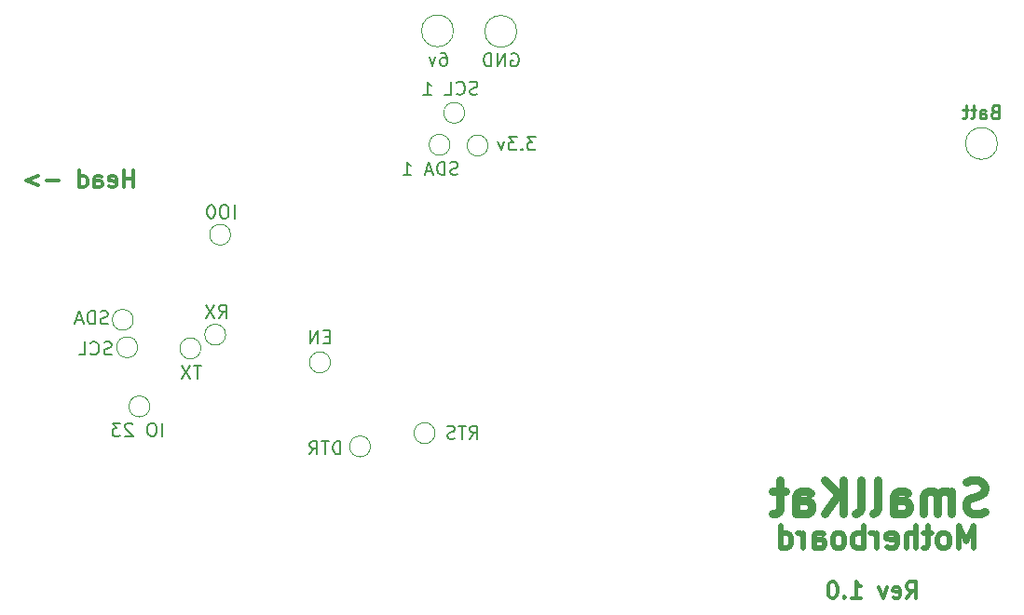
<source format=gbr>
G04 #@! TF.GenerationSoftware,KiCad,Pcbnew,5.1.7-a382d34a8~88~ubuntu18.04.1*
G04 #@! TF.CreationDate,2021-07-04T11:49:53-04:00*
G04 #@! TF.ProjectId,SmallKat v2,536d616c-6c4b-4617-9420-76322e6b6963,rev?*
G04 #@! TF.SameCoordinates,Original*
G04 #@! TF.FileFunction,Legend,Bot*
G04 #@! TF.FilePolarity,Positive*
%FSLAX46Y46*%
G04 Gerber Fmt 4.6, Leading zero omitted, Abs format (unit mm)*
G04 Created by KiCad (PCBNEW 5.1.7-a382d34a8~88~ubuntu18.04.1) date 2021-07-04 11:49:53*
%MOMM*%
%LPD*%
G01*
G04 APERTURE LIST*
%ADD10C,0.300000*%
%ADD11C,0.200000*%
%ADD12C,0.150000*%
%ADD13C,0.250000*%
%ADD14C,0.375000*%
%ADD15C,0.500000*%
%ADD16C,0.750000*%
%ADD17C,0.120000*%
G04 APERTURE END LIST*
D10*
X88077142Y-98478571D02*
X88077142Y-96978571D01*
X88077142Y-97692857D02*
X87220000Y-97692857D01*
X87220000Y-98478571D02*
X87220000Y-96978571D01*
X85934285Y-98407142D02*
X86077142Y-98478571D01*
X86362857Y-98478571D01*
X86505714Y-98407142D01*
X86577142Y-98264285D01*
X86577142Y-97692857D01*
X86505714Y-97550000D01*
X86362857Y-97478571D01*
X86077142Y-97478571D01*
X85934285Y-97550000D01*
X85862857Y-97692857D01*
X85862857Y-97835714D01*
X86577142Y-97978571D01*
X84577142Y-98478571D02*
X84577142Y-97692857D01*
X84648571Y-97550000D01*
X84791428Y-97478571D01*
X85077142Y-97478571D01*
X85220000Y-97550000D01*
X84577142Y-98407142D02*
X84720000Y-98478571D01*
X85077142Y-98478571D01*
X85220000Y-98407142D01*
X85291428Y-98264285D01*
X85291428Y-98121428D01*
X85220000Y-97978571D01*
X85077142Y-97907142D01*
X84720000Y-97907142D01*
X84577142Y-97835714D01*
X83220000Y-98478571D02*
X83220000Y-96978571D01*
X83220000Y-98407142D02*
X83362857Y-98478571D01*
X83648571Y-98478571D01*
X83791428Y-98407142D01*
X83862857Y-98335714D01*
X83934285Y-98192857D01*
X83934285Y-97764285D01*
X83862857Y-97621428D01*
X83791428Y-97550000D01*
X83648571Y-97478571D01*
X83362857Y-97478571D01*
X83220000Y-97550000D01*
X81362857Y-97907142D02*
X80220000Y-97907142D01*
X79505714Y-97478571D02*
X78362857Y-97907142D01*
X79505714Y-98335714D01*
D11*
X105975714Y-112054285D02*
X105575714Y-112054285D01*
X105404285Y-112682857D02*
X105975714Y-112682857D01*
X105975714Y-111482857D01*
X105404285Y-111482857D01*
X104890000Y-112682857D02*
X104890000Y-111482857D01*
X104204285Y-112682857D01*
X104204285Y-111482857D01*
D12*
X97290000Y-101302857D02*
X97290000Y-100102857D01*
X96490000Y-100102857D02*
X96261428Y-100102857D01*
X96147142Y-100160000D01*
X96032857Y-100274285D01*
X95975714Y-100502857D01*
X95975714Y-100902857D01*
X96032857Y-101131428D01*
X96147142Y-101245714D01*
X96261428Y-101302857D01*
X96490000Y-101302857D01*
X96604285Y-101245714D01*
X96718571Y-101131428D01*
X96775714Y-100902857D01*
X96775714Y-100502857D01*
X96718571Y-100274285D01*
X96604285Y-100160000D01*
X96490000Y-100102857D01*
X95232857Y-100102857D02*
X95118571Y-100102857D01*
X95004285Y-100160000D01*
X94947142Y-100217142D01*
X94890000Y-100331428D01*
X94832857Y-100560000D01*
X94832857Y-100845714D01*
X94890000Y-101074285D01*
X94947142Y-101188571D01*
X95004285Y-101245714D01*
X95118571Y-101302857D01*
X95232857Y-101302857D01*
X95347142Y-101245714D01*
X95404285Y-101188571D01*
X95461428Y-101074285D01*
X95518571Y-100845714D01*
X95518571Y-100560000D01*
X95461428Y-100331428D01*
X95404285Y-100217142D01*
X95347142Y-100160000D01*
X95232857Y-100102857D01*
D11*
X117595714Y-97315714D02*
X117424285Y-97372857D01*
X117138571Y-97372857D01*
X117024285Y-97315714D01*
X116967142Y-97258571D01*
X116910000Y-97144285D01*
X116910000Y-97030000D01*
X116967142Y-96915714D01*
X117024285Y-96858571D01*
X117138571Y-96801428D01*
X117367142Y-96744285D01*
X117481428Y-96687142D01*
X117538571Y-96630000D01*
X117595714Y-96515714D01*
X117595714Y-96401428D01*
X117538571Y-96287142D01*
X117481428Y-96230000D01*
X117367142Y-96172857D01*
X117081428Y-96172857D01*
X116910000Y-96230000D01*
X116395714Y-97372857D02*
X116395714Y-96172857D01*
X116110000Y-96172857D01*
X115938571Y-96230000D01*
X115824285Y-96344285D01*
X115767142Y-96458571D01*
X115710000Y-96687142D01*
X115710000Y-96858571D01*
X115767142Y-97087142D01*
X115824285Y-97201428D01*
X115938571Y-97315714D01*
X116110000Y-97372857D01*
X116395714Y-97372857D01*
X115252857Y-97030000D02*
X114681428Y-97030000D01*
X115367142Y-97372857D02*
X114967142Y-96172857D01*
X114567142Y-97372857D01*
X112624285Y-97372857D02*
X113310000Y-97372857D01*
X112967142Y-97372857D02*
X112967142Y-96172857D01*
X113081428Y-96344285D01*
X113195714Y-96458571D01*
X113310000Y-96515714D01*
X119387142Y-90015714D02*
X119215714Y-90072857D01*
X118930000Y-90072857D01*
X118815714Y-90015714D01*
X118758571Y-89958571D01*
X118701428Y-89844285D01*
X118701428Y-89730000D01*
X118758571Y-89615714D01*
X118815714Y-89558571D01*
X118930000Y-89501428D01*
X119158571Y-89444285D01*
X119272857Y-89387142D01*
X119330000Y-89330000D01*
X119387142Y-89215714D01*
X119387142Y-89101428D01*
X119330000Y-88987142D01*
X119272857Y-88930000D01*
X119158571Y-88872857D01*
X118872857Y-88872857D01*
X118701428Y-88930000D01*
X117501428Y-89958571D02*
X117558571Y-90015714D01*
X117730000Y-90072857D01*
X117844285Y-90072857D01*
X118015714Y-90015714D01*
X118130000Y-89901428D01*
X118187142Y-89787142D01*
X118244285Y-89558571D01*
X118244285Y-89387142D01*
X118187142Y-89158571D01*
X118130000Y-89044285D01*
X118015714Y-88930000D01*
X117844285Y-88872857D01*
X117730000Y-88872857D01*
X117558571Y-88930000D01*
X117501428Y-88987142D01*
X116415714Y-90072857D02*
X116987142Y-90072857D01*
X116987142Y-88872857D01*
X114472857Y-90072857D02*
X115158571Y-90072857D01*
X114815714Y-90072857D02*
X114815714Y-88872857D01*
X114930000Y-89044285D01*
X115044285Y-89158571D01*
X115158571Y-89215714D01*
D13*
X166352857Y-91604285D02*
X166181428Y-91661428D01*
X166124285Y-91718571D01*
X166067142Y-91832857D01*
X166067142Y-92004285D01*
X166124285Y-92118571D01*
X166181428Y-92175714D01*
X166295714Y-92232857D01*
X166752857Y-92232857D01*
X166752857Y-91032857D01*
X166352857Y-91032857D01*
X166238571Y-91090000D01*
X166181428Y-91147142D01*
X166124285Y-91261428D01*
X166124285Y-91375714D01*
X166181428Y-91490000D01*
X166238571Y-91547142D01*
X166352857Y-91604285D01*
X166752857Y-91604285D01*
X165038571Y-92232857D02*
X165038571Y-91604285D01*
X165095714Y-91490000D01*
X165210000Y-91432857D01*
X165438571Y-91432857D01*
X165552857Y-91490000D01*
X165038571Y-92175714D02*
X165152857Y-92232857D01*
X165438571Y-92232857D01*
X165552857Y-92175714D01*
X165610000Y-92061428D01*
X165610000Y-91947142D01*
X165552857Y-91832857D01*
X165438571Y-91775714D01*
X165152857Y-91775714D01*
X165038571Y-91718571D01*
X164638571Y-91432857D02*
X164181428Y-91432857D01*
X164467142Y-91032857D02*
X164467142Y-92061428D01*
X164410000Y-92175714D01*
X164295714Y-92232857D01*
X164181428Y-92232857D01*
X163952857Y-91432857D02*
X163495714Y-91432857D01*
X163781428Y-91032857D02*
X163781428Y-92061428D01*
X163724285Y-92175714D01*
X163610000Y-92232857D01*
X163495714Y-92232857D01*
D14*
X158377142Y-135888571D02*
X158877142Y-135174285D01*
X159234285Y-135888571D02*
X159234285Y-134388571D01*
X158662857Y-134388571D01*
X158520000Y-134460000D01*
X158448571Y-134531428D01*
X158377142Y-134674285D01*
X158377142Y-134888571D01*
X158448571Y-135031428D01*
X158520000Y-135102857D01*
X158662857Y-135174285D01*
X159234285Y-135174285D01*
X157162857Y-135817142D02*
X157305714Y-135888571D01*
X157591428Y-135888571D01*
X157734285Y-135817142D01*
X157805714Y-135674285D01*
X157805714Y-135102857D01*
X157734285Y-134960000D01*
X157591428Y-134888571D01*
X157305714Y-134888571D01*
X157162857Y-134960000D01*
X157091428Y-135102857D01*
X157091428Y-135245714D01*
X157805714Y-135388571D01*
X156591428Y-134888571D02*
X156234285Y-135888571D01*
X155877142Y-134888571D01*
X153377142Y-135888571D02*
X154234285Y-135888571D01*
X153805714Y-135888571D02*
X153805714Y-134388571D01*
X153948571Y-134602857D01*
X154091428Y-134745714D01*
X154234285Y-134817142D01*
X152734285Y-135745714D02*
X152662857Y-135817142D01*
X152734285Y-135888571D01*
X152805714Y-135817142D01*
X152734285Y-135745714D01*
X152734285Y-135888571D01*
X151734285Y-134388571D02*
X151591428Y-134388571D01*
X151448571Y-134460000D01*
X151377142Y-134531428D01*
X151305714Y-134674285D01*
X151234285Y-134960000D01*
X151234285Y-135317142D01*
X151305714Y-135602857D01*
X151377142Y-135745714D01*
X151448571Y-135817142D01*
X151591428Y-135888571D01*
X151734285Y-135888571D01*
X151877142Y-135817142D01*
X151948571Y-135745714D01*
X152020000Y-135602857D01*
X152091428Y-135317142D01*
X152091428Y-134960000D01*
X152020000Y-134674285D01*
X151948571Y-134531428D01*
X151877142Y-134460000D01*
X151734285Y-134388571D01*
D15*
X164441904Y-131294761D02*
X164441904Y-129294761D01*
X163775238Y-130723333D01*
X163108571Y-129294761D01*
X163108571Y-131294761D01*
X161870476Y-131294761D02*
X162060952Y-131199523D01*
X162156190Y-131104285D01*
X162251428Y-130913809D01*
X162251428Y-130342380D01*
X162156190Y-130151904D01*
X162060952Y-130056666D01*
X161870476Y-129961428D01*
X161584761Y-129961428D01*
X161394285Y-130056666D01*
X161299047Y-130151904D01*
X161203809Y-130342380D01*
X161203809Y-130913809D01*
X161299047Y-131104285D01*
X161394285Y-131199523D01*
X161584761Y-131294761D01*
X161870476Y-131294761D01*
X160632380Y-129961428D02*
X159870476Y-129961428D01*
X160346666Y-129294761D02*
X160346666Y-131009047D01*
X160251428Y-131199523D01*
X160060952Y-131294761D01*
X159870476Y-131294761D01*
X159203809Y-131294761D02*
X159203809Y-129294761D01*
X158346666Y-131294761D02*
X158346666Y-130247142D01*
X158441904Y-130056666D01*
X158632380Y-129961428D01*
X158918095Y-129961428D01*
X159108571Y-130056666D01*
X159203809Y-130151904D01*
X156632380Y-131199523D02*
X156822857Y-131294761D01*
X157203809Y-131294761D01*
X157394285Y-131199523D01*
X157489523Y-131009047D01*
X157489523Y-130247142D01*
X157394285Y-130056666D01*
X157203809Y-129961428D01*
X156822857Y-129961428D01*
X156632380Y-130056666D01*
X156537142Y-130247142D01*
X156537142Y-130437619D01*
X157489523Y-130628095D01*
X155680000Y-131294761D02*
X155680000Y-129961428D01*
X155680000Y-130342380D02*
X155584761Y-130151904D01*
X155489523Y-130056666D01*
X155299047Y-129961428D01*
X155108571Y-129961428D01*
X154441904Y-131294761D02*
X154441904Y-129294761D01*
X154441904Y-130056666D02*
X154251428Y-129961428D01*
X153870476Y-129961428D01*
X153680000Y-130056666D01*
X153584761Y-130151904D01*
X153489523Y-130342380D01*
X153489523Y-130913809D01*
X153584761Y-131104285D01*
X153680000Y-131199523D01*
X153870476Y-131294761D01*
X154251428Y-131294761D01*
X154441904Y-131199523D01*
X152346666Y-131294761D02*
X152537142Y-131199523D01*
X152632380Y-131104285D01*
X152727619Y-130913809D01*
X152727619Y-130342380D01*
X152632380Y-130151904D01*
X152537142Y-130056666D01*
X152346666Y-129961428D01*
X152060952Y-129961428D01*
X151870476Y-130056666D01*
X151775238Y-130151904D01*
X151680000Y-130342380D01*
X151680000Y-130913809D01*
X151775238Y-131104285D01*
X151870476Y-131199523D01*
X152060952Y-131294761D01*
X152346666Y-131294761D01*
X149965714Y-131294761D02*
X149965714Y-130247142D01*
X150060952Y-130056666D01*
X150251428Y-129961428D01*
X150632380Y-129961428D01*
X150822857Y-130056666D01*
X149965714Y-131199523D02*
X150156190Y-131294761D01*
X150632380Y-131294761D01*
X150822857Y-131199523D01*
X150918095Y-131009047D01*
X150918095Y-130818571D01*
X150822857Y-130628095D01*
X150632380Y-130532857D01*
X150156190Y-130532857D01*
X149965714Y-130437619D01*
X149013333Y-131294761D02*
X149013333Y-129961428D01*
X149013333Y-130342380D02*
X148918095Y-130151904D01*
X148822857Y-130056666D01*
X148632380Y-129961428D01*
X148441904Y-129961428D01*
X146918095Y-131294761D02*
X146918095Y-129294761D01*
X146918095Y-131199523D02*
X147108571Y-131294761D01*
X147489523Y-131294761D01*
X147680000Y-131199523D01*
X147775238Y-131104285D01*
X147870476Y-130913809D01*
X147870476Y-130342380D01*
X147775238Y-130151904D01*
X147680000Y-130056666D01*
X147489523Y-129961428D01*
X147108571Y-129961428D01*
X146918095Y-130056666D01*
D16*
X165472857Y-128004285D02*
X165044285Y-128147142D01*
X164330000Y-128147142D01*
X164044285Y-128004285D01*
X163901428Y-127861428D01*
X163758571Y-127575714D01*
X163758571Y-127290000D01*
X163901428Y-127004285D01*
X164044285Y-126861428D01*
X164330000Y-126718571D01*
X164901428Y-126575714D01*
X165187142Y-126432857D01*
X165330000Y-126290000D01*
X165472857Y-126004285D01*
X165472857Y-125718571D01*
X165330000Y-125432857D01*
X165187142Y-125290000D01*
X164901428Y-125147142D01*
X164187142Y-125147142D01*
X163758571Y-125290000D01*
X162472857Y-128147142D02*
X162472857Y-126147142D01*
X162472857Y-126432857D02*
X162330000Y-126290000D01*
X162044285Y-126147142D01*
X161615714Y-126147142D01*
X161330000Y-126290000D01*
X161187142Y-126575714D01*
X161187142Y-128147142D01*
X161187142Y-126575714D02*
X161044285Y-126290000D01*
X160758571Y-126147142D01*
X160330000Y-126147142D01*
X160044285Y-126290000D01*
X159901428Y-126575714D01*
X159901428Y-128147142D01*
X157187142Y-128147142D02*
X157187142Y-126575714D01*
X157330000Y-126290000D01*
X157615714Y-126147142D01*
X158187142Y-126147142D01*
X158472857Y-126290000D01*
X157187142Y-128004285D02*
X157472857Y-128147142D01*
X158187142Y-128147142D01*
X158472857Y-128004285D01*
X158615714Y-127718571D01*
X158615714Y-127432857D01*
X158472857Y-127147142D01*
X158187142Y-127004285D01*
X157472857Y-127004285D01*
X157187142Y-126861428D01*
X155330000Y-128147142D02*
X155615714Y-128004285D01*
X155758571Y-127718571D01*
X155758571Y-125147142D01*
X153758571Y-128147142D02*
X154044285Y-128004285D01*
X154187142Y-127718571D01*
X154187142Y-125147142D01*
X152615714Y-128147142D02*
X152615714Y-125147142D01*
X150901428Y-128147142D02*
X152187142Y-126432857D01*
X150901428Y-125147142D02*
X152615714Y-126861428D01*
X148330000Y-128147142D02*
X148330000Y-126575714D01*
X148472857Y-126290000D01*
X148758571Y-126147142D01*
X149330000Y-126147142D01*
X149615714Y-126290000D01*
X148330000Y-128004285D02*
X148615714Y-128147142D01*
X149330000Y-128147142D01*
X149615714Y-128004285D01*
X149758571Y-127718571D01*
X149758571Y-127432857D01*
X149615714Y-127147142D01*
X149330000Y-127004285D01*
X148615714Y-127004285D01*
X148330000Y-126861428D01*
X147330000Y-126147142D02*
X146187142Y-126147142D01*
X146901428Y-125147142D02*
X146901428Y-127718571D01*
X146758571Y-128004285D01*
X146472857Y-128147142D01*
X146187142Y-128147142D01*
D11*
X118687142Y-121382857D02*
X119087142Y-120811428D01*
X119372857Y-121382857D02*
X119372857Y-120182857D01*
X118915714Y-120182857D01*
X118801428Y-120240000D01*
X118744285Y-120297142D01*
X118687142Y-120411428D01*
X118687142Y-120582857D01*
X118744285Y-120697142D01*
X118801428Y-120754285D01*
X118915714Y-120811428D01*
X119372857Y-120811428D01*
X118344285Y-120182857D02*
X117658571Y-120182857D01*
X118001428Y-121382857D02*
X118001428Y-120182857D01*
X117315714Y-121325714D02*
X117144285Y-121382857D01*
X116858571Y-121382857D01*
X116744285Y-121325714D01*
X116687142Y-121268571D01*
X116630000Y-121154285D01*
X116630000Y-121040000D01*
X116687142Y-120925714D01*
X116744285Y-120868571D01*
X116858571Y-120811428D01*
X117087142Y-120754285D01*
X117201428Y-120697142D01*
X117258571Y-120640000D01*
X117315714Y-120525714D01*
X117315714Y-120411428D01*
X117258571Y-120297142D01*
X117201428Y-120240000D01*
X117087142Y-120182857D01*
X116801428Y-120182857D01*
X116630000Y-120240000D01*
X106921428Y-122792857D02*
X106921428Y-121592857D01*
X106635714Y-121592857D01*
X106464285Y-121650000D01*
X106350000Y-121764285D01*
X106292857Y-121878571D01*
X106235714Y-122107142D01*
X106235714Y-122278571D01*
X106292857Y-122507142D01*
X106350000Y-122621428D01*
X106464285Y-122735714D01*
X106635714Y-122792857D01*
X106921428Y-122792857D01*
X105892857Y-121592857D02*
X105207142Y-121592857D01*
X105550000Y-122792857D02*
X105550000Y-121592857D01*
X104121428Y-122792857D02*
X104521428Y-122221428D01*
X104807142Y-122792857D02*
X104807142Y-121592857D01*
X104350000Y-121592857D01*
X104235714Y-121650000D01*
X104178571Y-121707142D01*
X104121428Y-121821428D01*
X104121428Y-121992857D01*
X104178571Y-122107142D01*
X104235714Y-122164285D01*
X104350000Y-122221428D01*
X104807142Y-122221428D01*
X90728571Y-121142857D02*
X90728571Y-119942857D01*
X89928571Y-119942857D02*
X89700000Y-119942857D01*
X89585714Y-120000000D01*
X89471428Y-120114285D01*
X89414285Y-120342857D01*
X89414285Y-120742857D01*
X89471428Y-120971428D01*
X89585714Y-121085714D01*
X89700000Y-121142857D01*
X89928571Y-121142857D01*
X90042857Y-121085714D01*
X90157142Y-120971428D01*
X90214285Y-120742857D01*
X90214285Y-120342857D01*
X90157142Y-120114285D01*
X90042857Y-120000000D01*
X89928571Y-119942857D01*
X88042857Y-120057142D02*
X87985714Y-120000000D01*
X87871428Y-119942857D01*
X87585714Y-119942857D01*
X87471428Y-120000000D01*
X87414285Y-120057142D01*
X87357142Y-120171428D01*
X87357142Y-120285714D01*
X87414285Y-120457142D01*
X88100000Y-121142857D01*
X87357142Y-121142857D01*
X86957142Y-119942857D02*
X86214285Y-119942857D01*
X86614285Y-120400000D01*
X86442857Y-120400000D01*
X86328571Y-120457142D01*
X86271428Y-120514285D01*
X86214285Y-120628571D01*
X86214285Y-120914285D01*
X86271428Y-121028571D01*
X86328571Y-121085714D01*
X86442857Y-121142857D01*
X86785714Y-121142857D01*
X86900000Y-121085714D01*
X86957142Y-121028571D01*
X85807142Y-110885714D02*
X85635714Y-110942857D01*
X85350000Y-110942857D01*
X85235714Y-110885714D01*
X85178571Y-110828571D01*
X85121428Y-110714285D01*
X85121428Y-110600000D01*
X85178571Y-110485714D01*
X85235714Y-110428571D01*
X85350000Y-110371428D01*
X85578571Y-110314285D01*
X85692857Y-110257142D01*
X85750000Y-110200000D01*
X85807142Y-110085714D01*
X85807142Y-109971428D01*
X85750000Y-109857142D01*
X85692857Y-109800000D01*
X85578571Y-109742857D01*
X85292857Y-109742857D01*
X85121428Y-109800000D01*
X84607142Y-110942857D02*
X84607142Y-109742857D01*
X84321428Y-109742857D01*
X84150000Y-109800000D01*
X84035714Y-109914285D01*
X83978571Y-110028571D01*
X83921428Y-110257142D01*
X83921428Y-110428571D01*
X83978571Y-110657142D01*
X84035714Y-110771428D01*
X84150000Y-110885714D01*
X84321428Y-110942857D01*
X84607142Y-110942857D01*
X83464285Y-110600000D02*
X82892857Y-110600000D01*
X83578571Y-110942857D02*
X83178571Y-109742857D01*
X82778571Y-110942857D01*
X86128571Y-113685714D02*
X85957142Y-113742857D01*
X85671428Y-113742857D01*
X85557142Y-113685714D01*
X85500000Y-113628571D01*
X85442857Y-113514285D01*
X85442857Y-113400000D01*
X85500000Y-113285714D01*
X85557142Y-113228571D01*
X85671428Y-113171428D01*
X85900000Y-113114285D01*
X86014285Y-113057142D01*
X86071428Y-113000000D01*
X86128571Y-112885714D01*
X86128571Y-112771428D01*
X86071428Y-112657142D01*
X86014285Y-112600000D01*
X85900000Y-112542857D01*
X85614285Y-112542857D01*
X85442857Y-112600000D01*
X84242857Y-113628571D02*
X84300000Y-113685714D01*
X84471428Y-113742857D01*
X84585714Y-113742857D01*
X84757142Y-113685714D01*
X84871428Y-113571428D01*
X84928571Y-113457142D01*
X84985714Y-113228571D01*
X84985714Y-113057142D01*
X84928571Y-112828571D01*
X84871428Y-112714285D01*
X84757142Y-112600000D01*
X84585714Y-112542857D01*
X84471428Y-112542857D01*
X84300000Y-112600000D01*
X84242857Y-112657142D01*
X83157142Y-113742857D02*
X83728571Y-113742857D01*
X83728571Y-112542857D01*
X94264285Y-114722857D02*
X93578571Y-114722857D01*
X93921428Y-115922857D02*
X93921428Y-114722857D01*
X93292857Y-114722857D02*
X92492857Y-115922857D01*
X92492857Y-114722857D02*
X93292857Y-115922857D01*
X95900000Y-110392857D02*
X96300000Y-109821428D01*
X96585714Y-110392857D02*
X96585714Y-109192857D01*
X96128571Y-109192857D01*
X96014285Y-109250000D01*
X95957142Y-109307142D01*
X95900000Y-109421428D01*
X95900000Y-109592857D01*
X95957142Y-109707142D01*
X96014285Y-109764285D01*
X96128571Y-109821428D01*
X96585714Y-109821428D01*
X95500000Y-109192857D02*
X94700000Y-110392857D01*
X94700000Y-109192857D02*
X95500000Y-110392857D01*
X122464285Y-86350000D02*
X122578571Y-86292857D01*
X122750000Y-86292857D01*
X122921428Y-86350000D01*
X123035714Y-86464285D01*
X123092857Y-86578571D01*
X123150000Y-86807142D01*
X123150000Y-86978571D01*
X123092857Y-87207142D01*
X123035714Y-87321428D01*
X122921428Y-87435714D01*
X122750000Y-87492857D01*
X122635714Y-87492857D01*
X122464285Y-87435714D01*
X122407142Y-87378571D01*
X122407142Y-86978571D01*
X122635714Y-86978571D01*
X121892857Y-87492857D02*
X121892857Y-86292857D01*
X121207142Y-87492857D01*
X121207142Y-86292857D01*
X120635714Y-87492857D02*
X120635714Y-86292857D01*
X120350000Y-86292857D01*
X120178571Y-86350000D01*
X120064285Y-86464285D01*
X120007142Y-86578571D01*
X119950000Y-86807142D01*
X119950000Y-86978571D01*
X120007142Y-87207142D01*
X120064285Y-87321428D01*
X120178571Y-87435714D01*
X120350000Y-87492857D01*
X120635714Y-87492857D01*
X116078571Y-86242857D02*
X116307142Y-86242857D01*
X116421428Y-86300000D01*
X116478571Y-86357142D01*
X116592857Y-86528571D01*
X116650000Y-86757142D01*
X116650000Y-87214285D01*
X116592857Y-87328571D01*
X116535714Y-87385714D01*
X116421428Y-87442857D01*
X116192857Y-87442857D01*
X116078571Y-87385714D01*
X116021428Y-87328571D01*
X115964285Y-87214285D01*
X115964285Y-86928571D01*
X116021428Y-86814285D01*
X116078571Y-86757142D01*
X116192857Y-86700000D01*
X116421428Y-86700000D01*
X116535714Y-86757142D01*
X116592857Y-86814285D01*
X116650000Y-86928571D01*
X115564285Y-86642857D02*
X115278571Y-87442857D01*
X114992857Y-86642857D01*
X124664285Y-93902857D02*
X123921428Y-93902857D01*
X124321428Y-94360000D01*
X124150000Y-94360000D01*
X124035714Y-94417142D01*
X123978571Y-94474285D01*
X123921428Y-94588571D01*
X123921428Y-94874285D01*
X123978571Y-94988571D01*
X124035714Y-95045714D01*
X124150000Y-95102857D01*
X124492857Y-95102857D01*
X124607142Y-95045714D01*
X124664285Y-94988571D01*
X123407142Y-94988571D02*
X123350000Y-95045714D01*
X123407142Y-95102857D01*
X123464285Y-95045714D01*
X123407142Y-94988571D01*
X123407142Y-95102857D01*
X122950000Y-93902857D02*
X122207142Y-93902857D01*
X122607142Y-94360000D01*
X122435714Y-94360000D01*
X122321428Y-94417142D01*
X122264285Y-94474285D01*
X122207142Y-94588571D01*
X122207142Y-94874285D01*
X122264285Y-94988571D01*
X122321428Y-95045714D01*
X122435714Y-95102857D01*
X122778571Y-95102857D01*
X122892857Y-95045714D01*
X122950000Y-94988571D01*
X121807142Y-94302857D02*
X121521428Y-95102857D01*
X121235714Y-94302857D01*
D17*
X96950000Y-102800000D02*
G75*
G03*
X96950000Y-102800000I-950000J0D01*
G01*
X106020000Y-114420000D02*
G75*
G03*
X106020000Y-114420000I-950000J0D01*
G01*
X118220000Y-91710000D02*
G75*
G03*
X118220000Y-91710000I-950000J0D01*
G01*
X116880000Y-94620000D02*
G75*
G03*
X116880000Y-94620000I-950000J0D01*
G01*
X115520000Y-120860000D02*
G75*
G03*
X115520000Y-120860000I-950000J0D01*
G01*
X109660000Y-122070000D02*
G75*
G03*
X109660000Y-122070000I-950000J0D01*
G01*
X96500000Y-111900000D02*
G75*
G03*
X96500000Y-111900000I-950000J0D01*
G01*
X94250000Y-113150000D02*
G75*
G03*
X94250000Y-113150000I-950000J0D01*
G01*
X122950000Y-84300000D02*
G75*
G03*
X122950000Y-84300000I-1450000J0D01*
G01*
X166630000Y-94500000D02*
G75*
G03*
X166630000Y-94500000I-1450000J0D01*
G01*
X120340000Y-94690000D02*
G75*
G03*
X120340000Y-94690000I-950000J0D01*
G01*
X117200000Y-84250000D02*
G75*
G03*
X117200000Y-84250000I-1450000J0D01*
G01*
X88500000Y-113050000D02*
G75*
G03*
X88500000Y-113050000I-950000J0D01*
G01*
X88100000Y-110550000D02*
G75*
G03*
X88100000Y-110550000I-950000J0D01*
G01*
X89610000Y-118430000D02*
G75*
G03*
X89610000Y-118430000I-950000J0D01*
G01*
M02*

</source>
